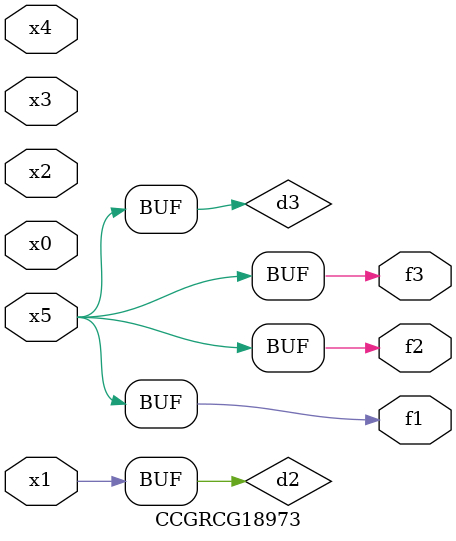
<source format=v>
module CCGRCG18973(
	input x0, x1, x2, x3, x4, x5,
	output f1, f2, f3
);

	wire d1, d2, d3;

	not (d1, x5);
	or (d2, x1);
	xnor (d3, d1);
	assign f1 = d3;
	assign f2 = d3;
	assign f3 = d3;
endmodule

</source>
